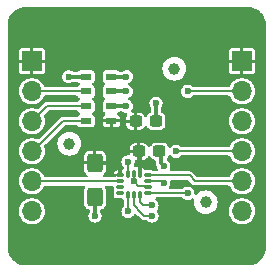
<source format=gbr>
%TF.GenerationSoftware,KiCad,Pcbnew,8.0.8*%
%TF.CreationDate,2025-02-11T20:59:27-05:00*%
%TF.ProjectId,IMU,494d552e-6b69-4636-9164-5f7063625858,rev?*%
%TF.SameCoordinates,Original*%
%TF.FileFunction,Copper,L1,Top*%
%TF.FilePolarity,Positive*%
%FSLAX46Y46*%
G04 Gerber Fmt 4.6, Leading zero omitted, Abs format (unit mm)*
G04 Created by KiCad (PCBNEW 8.0.8) date 2025-02-11 20:59:27*
%MOMM*%
%LPD*%
G01*
G04 APERTURE LIST*
G04 Aperture macros list*
%AMRoundRect*
0 Rectangle with rounded corners*
0 $1 Rounding radius*
0 $2 $3 $4 $5 $6 $7 $8 $9 X,Y pos of 4 corners*
0 Add a 4 corners polygon primitive as box body*
4,1,4,$2,$3,$4,$5,$6,$7,$8,$9,$2,$3,0*
0 Add four circle primitives for the rounded corners*
1,1,$1+$1,$2,$3*
1,1,$1+$1,$4,$5*
1,1,$1+$1,$6,$7*
1,1,$1+$1,$8,$9*
0 Add four rect primitives between the rounded corners*
20,1,$1+$1,$2,$3,$4,$5,0*
20,1,$1+$1,$4,$5,$6,$7,0*
20,1,$1+$1,$6,$7,$8,$9,0*
20,1,$1+$1,$8,$9,$2,$3,0*%
G04 Aperture macros list end*
%TA.AperFunction,SMDPad,CuDef*%
%ADD10C,1.000000*%
%TD*%
%TA.AperFunction,ComponentPad*%
%ADD11R,1.700000X1.700000*%
%TD*%
%TA.AperFunction,ComponentPad*%
%ADD12O,1.700000X1.700000*%
%TD*%
%TA.AperFunction,SMDPad,CuDef*%
%ADD13RoundRect,0.250000X-0.425000X0.537500X-0.425000X-0.537500X0.425000X-0.537500X0.425000X0.537500X0*%
%TD*%
%TA.AperFunction,SMDPad,CuDef*%
%ADD14RoundRect,0.087500X0.225000X0.087500X-0.225000X0.087500X-0.225000X-0.087500X0.225000X-0.087500X0*%
%TD*%
%TA.AperFunction,SMDPad,CuDef*%
%ADD15RoundRect,0.087500X0.087500X0.225000X-0.087500X0.225000X-0.087500X-0.225000X0.087500X-0.225000X0*%
%TD*%
%TA.AperFunction,SMDPad,CuDef*%
%ADD16RoundRect,0.237500X-0.300000X-0.237500X0.300000X-0.237500X0.300000X0.237500X-0.300000X0.237500X0*%
%TD*%
%TA.AperFunction,SMDPad,CuDef*%
%ADD17R,0.950000X0.550000*%
%TD*%
%TA.AperFunction,ViaPad*%
%ADD18C,0.600000*%
%TD*%
%TA.AperFunction,Conductor*%
%ADD19C,0.200000*%
%TD*%
%TA.AperFunction,Conductor*%
%ADD20C,0.355600*%
%TD*%
G04 APERTURE END LIST*
D10*
%TO.P,FID1,*%
%TO.N,*%
X138694000Y-102976000D03*
%TD*%
%TO.P,FID2,*%
%TO.N,*%
X136027000Y-91673000D03*
%TD*%
D11*
%TO.P,J1,1,Pin_1*%
%TO.N,+3.3V*%
X141752000Y-91038000D03*
D12*
%TO.P,J1,2,Pin_2*%
%TO.N,/sensors/imu_miso*%
X141752000Y-93578000D03*
%TO.P,J1,3,Pin_3*%
%TO.N,/sensors/imu_mosi*%
X141752000Y-96118000D03*
%TO.P,J1,4,Pin_4*%
%TO.N,/sensors/imu_sclk*%
X141752000Y-98658000D03*
%TO.P,J1,5,Pin_5*%
%TO.N,/sensors/imu_int1*%
X141752000Y-101198000D03*
%TO.P,J1,6,Pin_6*%
%TO.N,GNDD*%
X141752000Y-103738000D03*
%TD*%
D13*
%TO.P,C2,1*%
%TO.N,+3.3V*%
X129312500Y-99654500D03*
%TO.P,C2,2*%
%TO.N,GNDD*%
X129312500Y-102529500D03*
%TD*%
D14*
%TO.P,U2,1,SDO/SA0*%
%TO.N,/sensors/imu_mosi*%
X133777000Y-102214000D03*
%TO.P,U2,2,SDX*%
%TO.N,GNDD*%
X133777000Y-101714000D03*
%TO.P,U2,3,SCX*%
X133777000Y-101214000D03*
%TO.P,U2,4,INT1*%
%TO.N,/sensors/imu_int1*%
X133777000Y-100714000D03*
D15*
%TO.P,U2,5,VDDIO*%
%TO.N,+3.3V*%
X133114500Y-100551500D03*
%TO.P,U2,6,GND*%
%TO.N,GNDD*%
X132614500Y-100551500D03*
%TO.P,U2,7,GND*%
X132114500Y-100551500D03*
D14*
%TO.P,U2,8,VDD*%
%TO.N,+3.3V*%
X131452000Y-100714000D03*
%TO.P,U2,9,INT2*%
%TO.N,/sensors/imu_int2*%
X131452000Y-101214000D03*
%TO.P,U2,10,NC*%
%TO.N,unconnected-(U2-NC-Pad10)*%
X131452000Y-101714000D03*
%TO.P,U2,11,NC*%
%TO.N,unconnected-(U2-NC-Pad11)*%
X131452000Y-102214000D03*
D15*
%TO.P,U2,12,CS*%
%TO.N,GNDD*%
X132114500Y-102376500D03*
%TO.P,U2,13,SCL*%
%TO.N,/sensors/imu_sclk*%
X132614500Y-102376500D03*
%TO.P,U2,14,SDA*%
%TO.N,/sensors/imu_miso*%
X133114500Y-102376500D03*
%TD*%
D10*
%TO.P,FID3,*%
%TO.N,*%
X127137000Y-98023000D03*
%TD*%
D16*
%TO.P,C1,1*%
%TO.N,+3.3V*%
X132751500Y-96118000D03*
%TO.P,C1,2*%
%TO.N,GNDD*%
X134476500Y-96118000D03*
%TD*%
D17*
%TO.P,U1,1,VDD*%
%TO.N,+3.3V*%
X130693000Y-96098000D03*
%TO.P,U1,2,PS*%
%TO.N,GNDD*%
X130693000Y-94848000D03*
%TO.P,U1,3,GND*%
X130693000Y-93598000D03*
%TO.P,U1,4,CSB*%
X130693000Y-92348000D03*
%TO.P,U1,5,CSB*%
X128543000Y-92348000D03*
%TO.P,U1,6,SDO*%
%TO.N,/sensors/pres_miso*%
X128543000Y-93598000D03*
%TO.P,U1,7,SDI/SDA*%
%TO.N,/sensors/pres_mosi*%
X128543000Y-94848000D03*
%TO.P,U1,8,SCLK*%
%TO.N,/sensors/pres_sclk*%
X128543000Y-96098000D03*
%TD*%
D16*
%TO.P,C3,1*%
%TO.N,+3.3V*%
X133032000Y-98679000D03*
%TO.P,C3,2*%
%TO.N,GNDD*%
X134757000Y-98679000D03*
%TD*%
D11*
%TO.P,J2,1,Pin_1*%
%TO.N,+3.3V*%
X123962000Y-91038000D03*
D12*
%TO.P,J2,2,Pin_2*%
%TO.N,/sensors/pres_miso*%
X123962000Y-93578000D03*
%TO.P,J2,3,Pin_3*%
%TO.N,/sensors/pres_mosi*%
X123962000Y-96118000D03*
%TO.P,J2,4,Pin_4*%
%TO.N,/sensors/pres_sclk*%
X123962000Y-98658000D03*
%TO.P,J2,5,Pin_5*%
%TO.N,/sensors/imu_int2*%
X123962000Y-101198000D03*
%TO.P,J2,6,Pin_6*%
%TO.N,GNDD*%
X123962000Y-103738000D03*
%TD*%
D18*
%TO.N,/sensors/imu_miso*%
X137170000Y-93578000D03*
%TO.N,GNDD*%
X132106500Y-103759000D03*
X135138000Y-99928000D03*
X129312500Y-104140000D03*
X132106500Y-99568000D03*
X131963000Y-92348000D03*
X131963000Y-94848000D03*
X131963000Y-93598000D03*
X134476500Y-94594000D03*
X127088000Y-92348000D03*
X132614500Y-101219000D03*
X135138000Y-101314000D03*
%TO.N,/sensors/imu_miso*%
X134138500Y-103251000D03*
%TO.N,/sensors/imu_sclk*%
X136170500Y-98658000D03*
X134138500Y-104140000D03*
%TO.N,/sensors/imu_mosi*%
X137170000Y-102214000D03*
%TD*%
D19*
%TO.N,/sensors/pres_sclk*%
X128543000Y-96098000D02*
X126590750Y-96098000D01*
X126590750Y-96098000D02*
X124136750Y-98552000D01*
X124136750Y-98552000D02*
X123962000Y-98552000D01*
%TO.N,GNDD*%
X135138000Y-101314000D02*
X135038000Y-101214000D01*
X135038000Y-101214000D02*
X133777000Y-101214000D01*
D20*
X135138000Y-99928000D02*
X134874000Y-99664000D01*
X134874000Y-99664000D02*
X134874000Y-98679000D01*
X134476500Y-94594000D02*
X134476500Y-96118000D01*
D19*
%TO.N,/sensors/imu_miso*%
X137170000Y-93578000D02*
X141752000Y-93578000D01*
%TO.N,/sensors/pres_miso*%
X128523000Y-93578000D02*
X123962000Y-93578000D01*
%TO.N,/sensors/pres_mosi*%
X123962000Y-96118000D02*
X125232000Y-94848000D01*
X125232000Y-94848000D02*
X128543000Y-94848000D01*
%TO.N,/sensors/imu_int2*%
X123962000Y-101198000D02*
X123978000Y-101214000D01*
X123978000Y-101214000D02*
X131452000Y-101214000D01*
%TO.N,+3.3V*%
X130723000Y-96012000D02*
X130693000Y-95982000D01*
X133114500Y-98713500D02*
X133149000Y-98679000D01*
D20*
X131452000Y-100056500D02*
X131050000Y-99654500D01*
X131452000Y-100596000D02*
X131452000Y-100056500D01*
X133114500Y-100433500D02*
X133114500Y-98713500D01*
X131050000Y-99654500D02*
X129312500Y-99654500D01*
D19*
%TO.N,GNDD*%
X132001000Y-92348000D02*
X132041000Y-92308000D01*
X132114500Y-100433500D02*
X132114500Y-99576000D01*
X133777000Y-101596000D02*
X132991500Y-101596000D01*
X131914000Y-92348000D02*
X132001000Y-92348000D01*
X132991500Y-101596000D02*
X132614500Y-101219000D01*
X132114500Y-102258500D02*
X132114500Y-103751000D01*
X132106500Y-103759000D02*
X132114500Y-103751000D01*
D20*
X130693000Y-93598000D02*
X131914000Y-93598000D01*
D19*
X132114500Y-99576000D02*
X132106500Y-99568000D01*
D20*
X130693000Y-94848000D02*
X131914000Y-94848000D01*
X129312500Y-102529500D02*
X129312500Y-104140000D01*
X130693000Y-92348000D02*
X131914000Y-92348000D01*
D19*
X132614500Y-100433500D02*
X132614500Y-101219000D01*
D20*
X128543000Y-92348000D02*
X127088000Y-92348000D01*
D19*
%TO.N,/sensors/pres_miso*%
X128543000Y-93598000D02*
X128523000Y-93578000D01*
X123962000Y-93472000D02*
X124216000Y-93472000D01*
X124216000Y-93472000D02*
X124226000Y-93482000D01*
%TO.N,/sensors/imu_int1*%
X137800500Y-101198000D02*
X137316500Y-100714000D01*
X141752000Y-101198000D02*
X137800500Y-101198000D01*
X137316500Y-100714000D02*
X133777000Y-100714000D01*
%TO.N,/sensors/imu_int2*%
X123966000Y-101096000D02*
X123962000Y-101092000D01*
%TO.N,/sensors/imu_miso*%
X133376500Y-103251000D02*
X134138500Y-103251000D01*
X133114500Y-102258500D02*
X133114500Y-102989000D01*
X133114500Y-102989000D02*
X133376500Y-103251000D01*
%TO.N,/sensors/imu_sclk*%
X133503500Y-104140000D02*
X134138500Y-104140000D01*
X132614500Y-103251000D02*
X133249500Y-103886000D01*
X136170500Y-98658000D02*
X141752000Y-98658000D01*
X133249500Y-103886000D02*
X133503500Y-104140000D01*
X132614500Y-102258500D02*
X132614500Y-103251000D01*
%TO.N,/sensors/imu_mosi*%
X137056500Y-102214000D02*
X137170000Y-102214000D01*
X133777000Y-102214000D02*
X137056500Y-102214000D01*
%TD*%
%TA.AperFunction,Conductor*%
%TO.N,+3.3V*%
G36*
X142286495Y-86458819D02*
G01*
X142486424Y-86473120D01*
X142504216Y-86475679D01*
X142555777Y-86486895D01*
X142695663Y-86517326D01*
X142712902Y-86522388D01*
X142896475Y-86590858D01*
X142912828Y-86598326D01*
X143084786Y-86692223D01*
X143099909Y-86701942D01*
X143256751Y-86819353D01*
X143270338Y-86831126D01*
X143408878Y-86969667D01*
X143420650Y-86983253D01*
X143538059Y-87140094D01*
X143547778Y-87155217D01*
X143641675Y-87327176D01*
X143649142Y-87343524D01*
X143717611Y-87527097D01*
X143722676Y-87544346D01*
X143764323Y-87735796D01*
X143766881Y-87753590D01*
X143776785Y-87892069D01*
X143781190Y-87953647D01*
X143781511Y-87962636D01*
X143781511Y-106813499D01*
X143781190Y-106822488D01*
X143766891Y-107022411D01*
X143764333Y-107040205D01*
X143722686Y-107231653D01*
X143717621Y-107248903D01*
X143649152Y-107432475D01*
X143641684Y-107448827D01*
X143547788Y-107620786D01*
X143538068Y-107635910D01*
X143420658Y-107792752D01*
X143408886Y-107806338D01*
X143270345Y-107944880D01*
X143256758Y-107956653D01*
X143099914Y-108074065D01*
X143084791Y-108083784D01*
X142912838Y-108177679D01*
X142896485Y-108185148D01*
X142712906Y-108253620D01*
X142695657Y-108258684D01*
X142504218Y-108300330D01*
X142486424Y-108302889D01*
X142307165Y-108315711D01*
X142286648Y-108317179D01*
X142277661Y-108317500D01*
X123426501Y-108317500D01*
X123417512Y-108317179D01*
X123217590Y-108302880D01*
X123199796Y-108300322D01*
X123008348Y-108258675D01*
X122991098Y-108253610D01*
X122807526Y-108185141D01*
X122791174Y-108177673D01*
X122619216Y-108083777D01*
X122604092Y-108074057D01*
X122447247Y-107956644D01*
X122433661Y-107944871D01*
X122295128Y-107806338D01*
X122283355Y-107792752D01*
X122165942Y-107635907D01*
X122156222Y-107620783D01*
X122062326Y-107448825D01*
X122054858Y-107432473D01*
X121994091Y-107269552D01*
X121986388Y-107248899D01*
X121981324Y-107231651D01*
X121939675Y-107040193D01*
X121937120Y-107022419D01*
X121922821Y-106822487D01*
X121922500Y-106813499D01*
X121922500Y-103737995D01*
X122852768Y-103737995D01*
X122852768Y-103738004D01*
X122871654Y-103941819D01*
X122899203Y-104038643D01*
X122927672Y-104138701D01*
X123018912Y-104321935D01*
X123018913Y-104321936D01*
X123142266Y-104485284D01*
X123293536Y-104623185D01*
X123467566Y-104730940D01*
X123467568Y-104730940D01*
X123467573Y-104730944D01*
X123658444Y-104804888D01*
X123859653Y-104842500D01*
X123859655Y-104842500D01*
X124064345Y-104842500D01*
X124064347Y-104842500D01*
X124265556Y-104804888D01*
X124456427Y-104730944D01*
X124630462Y-104623186D01*
X124781732Y-104485285D01*
X124905088Y-104321935D01*
X124996328Y-104138701D01*
X125052345Y-103941821D01*
X125066180Y-103792518D01*
X125071232Y-103738004D01*
X125071232Y-103737995D01*
X125052345Y-103534180D01*
X125036747Y-103479358D01*
X124996328Y-103337299D01*
X124905088Y-103154065D01*
X124864538Y-103100368D01*
X124781733Y-102990715D01*
X124630463Y-102852814D01*
X124456433Y-102745059D01*
X124456428Y-102745057D01*
X124456427Y-102745056D01*
X124435952Y-102737124D01*
X124265559Y-102671113D01*
X124265560Y-102671113D01*
X124265557Y-102671112D01*
X124265556Y-102671112D01*
X124064347Y-102633500D01*
X123859653Y-102633500D01*
X123684438Y-102666253D01*
X123658439Y-102671113D01*
X123467577Y-102745054D01*
X123467566Y-102745059D01*
X123293536Y-102852814D01*
X123142266Y-102990715D01*
X123018913Y-103154063D01*
X122927671Y-103337301D01*
X122871654Y-103534180D01*
X122852768Y-103737995D01*
X121922500Y-103737995D01*
X121922500Y-101197995D01*
X122852768Y-101197995D01*
X122852768Y-101198004D01*
X122871654Y-101401819D01*
X122927671Y-101598698D01*
X122927672Y-101598701D01*
X123018912Y-101781935D01*
X123031312Y-101798355D01*
X123142266Y-101945284D01*
X123293536Y-102083185D01*
X123467566Y-102190940D01*
X123467568Y-102190940D01*
X123467573Y-102190944D01*
X123658444Y-102264888D01*
X123859653Y-102302500D01*
X123859655Y-102302500D01*
X124064345Y-102302500D01*
X124064347Y-102302500D01*
X124265556Y-102264888D01*
X124456427Y-102190944D01*
X124630462Y-102083186D01*
X124781732Y-101945285D01*
X124789985Y-101934357D01*
X124822437Y-101891383D01*
X124905088Y-101781935D01*
X124976592Y-101638335D01*
X125024861Y-101586273D01*
X125089382Y-101568500D01*
X128325665Y-101568500D01*
X128393786Y-101588502D01*
X128440279Y-101642158D01*
X128450383Y-101712432D01*
X128441653Y-101738673D01*
X128443307Y-101739290D01*
X128389462Y-101883650D01*
X128389460Y-101883658D01*
X128383000Y-101943737D01*
X128383000Y-103115246D01*
X128383002Y-103115270D01*
X128389459Y-103175339D01*
X128389459Y-103175341D01*
X128440157Y-103311266D01*
X128440158Y-103311267D01*
X128527096Y-103427404D01*
X128643233Y-103514342D01*
X128779151Y-103565038D01*
X128779155Y-103565039D01*
X128779158Y-103565040D01*
X128779160Y-103565040D01*
X128783172Y-103565988D01*
X128785970Y-103567581D01*
X128786543Y-103567795D01*
X128786508Y-103567887D01*
X128844869Y-103601118D01*
X128877778Y-103664026D01*
X128880200Y-103688612D01*
X128880200Y-103749746D01*
X128860198Y-103817867D01*
X128854164Y-103826448D01*
X128828148Y-103860352D01*
X128828146Y-103860356D01*
X128828145Y-103860358D01*
X128810170Y-103903754D01*
X128772271Y-103995247D01*
X128753215Y-104139999D01*
X128753215Y-104140000D01*
X128772271Y-104284752D01*
X128828144Y-104419641D01*
X128828149Y-104419649D01*
X128917025Y-104535474D01*
X129032850Y-104624350D01*
X129032857Y-104624355D01*
X129167746Y-104680228D01*
X129312500Y-104699285D01*
X129457254Y-104680228D01*
X129592143Y-104624355D01*
X129707974Y-104535474D01*
X129796855Y-104419643D01*
X129852728Y-104284754D01*
X129871785Y-104140000D01*
X129852728Y-103995246D01*
X129796855Y-103860358D01*
X129796851Y-103860353D01*
X129796851Y-103860352D01*
X129770836Y-103826448D01*
X129745237Y-103760228D01*
X129744800Y-103749746D01*
X129744800Y-103688612D01*
X129764802Y-103620491D01*
X129818458Y-103573998D01*
X129841825Y-103565989D01*
X129845837Y-103565040D01*
X129845842Y-103565040D01*
X129981767Y-103514342D01*
X130097904Y-103427404D01*
X130184842Y-103311267D01*
X130235540Y-103175342D01*
X130242000Y-103115255D01*
X130241999Y-101943746D01*
X130235540Y-101883658D01*
X130197599Y-101781935D01*
X130181693Y-101739290D01*
X130185073Y-101738028D01*
X130173659Y-101685466D01*
X130198494Y-101618955D01*
X130255345Y-101576429D01*
X130299335Y-101568500D01*
X130759000Y-101568500D01*
X130827121Y-101588502D01*
X130873614Y-101642158D01*
X130885000Y-101694500D01*
X130885000Y-101841580D01*
X130891556Y-101891379D01*
X130891557Y-101891383D01*
X130900589Y-101910752D01*
X130911249Y-101980944D01*
X130900589Y-102017248D01*
X130891557Y-102036616D01*
X130891556Y-102036620D01*
X130885000Y-102086419D01*
X130885000Y-102341580D01*
X130891556Y-102391380D01*
X130942528Y-102500690D01*
X131027809Y-102585971D01*
X131027810Y-102585971D01*
X131027811Y-102585972D01*
X131137118Y-102636943D01*
X131186924Y-102643500D01*
X131588958Y-102643500D01*
X131657079Y-102663502D01*
X131703153Y-102716250D01*
X131747187Y-102810680D01*
X131743689Y-102812310D01*
X131759900Y-102860349D01*
X131760000Y-102865369D01*
X131760000Y-103263810D01*
X131739998Y-103331931D01*
X131716572Y-103357395D01*
X131716864Y-103357687D01*
X131711031Y-103363519D01*
X131622146Y-103479356D01*
X131622145Y-103479358D01*
X131594208Y-103546802D01*
X131566271Y-103614247D01*
X131547215Y-103758999D01*
X131547215Y-103759000D01*
X131566271Y-103903752D01*
X131622144Y-104038641D01*
X131622149Y-104038649D01*
X131711025Y-104154474D01*
X131826850Y-104243350D01*
X131826857Y-104243355D01*
X131961746Y-104299228D01*
X132106500Y-104318285D01*
X132251254Y-104299228D01*
X132386143Y-104243355D01*
X132501974Y-104154474D01*
X132590855Y-104038643D01*
X132609474Y-103993692D01*
X132654021Y-103938412D01*
X132721384Y-103915991D01*
X132790175Y-103933549D01*
X132814977Y-103952816D01*
X132965829Y-104103668D01*
X133285832Y-104423671D01*
X133366668Y-104470341D01*
X133456829Y-104494500D01*
X133550171Y-104494500D01*
X133649861Y-104494500D01*
X133717982Y-104514502D01*
X133738956Y-104531405D01*
X133743024Y-104535473D01*
X133858850Y-104624350D01*
X133858857Y-104624355D01*
X133993746Y-104680228D01*
X134138500Y-104699285D01*
X134283254Y-104680228D01*
X134418143Y-104624355D01*
X134533974Y-104535474D01*
X134622855Y-104419643D01*
X134678728Y-104284754D01*
X134697785Y-104140000D01*
X134678728Y-103995246D01*
X134622855Y-103860358D01*
X134622850Y-103860352D01*
X134622850Y-103860351D01*
X134555212Y-103772204D01*
X134529611Y-103705984D01*
X134543876Y-103636435D01*
X134555206Y-103618803D01*
X134622855Y-103530643D01*
X134678728Y-103395754D01*
X134697785Y-103251000D01*
X134678728Y-103106246D01*
X134622855Y-102971358D01*
X134533974Y-102855526D01*
X134533972Y-102855524D01*
X134533971Y-102855523D01*
X134454395Y-102794462D01*
X134412528Y-102737124D01*
X134408306Y-102666253D01*
X134443070Y-102604350D01*
X134505783Y-102571069D01*
X134531099Y-102568500D01*
X136681361Y-102568500D01*
X136749482Y-102588502D01*
X136770456Y-102605405D01*
X136774524Y-102609473D01*
X136881818Y-102691803D01*
X136890357Y-102698355D01*
X137025246Y-102754228D01*
X137170000Y-102773285D01*
X137314754Y-102754228D01*
X137449643Y-102698355D01*
X137508048Y-102653538D01*
X137574267Y-102627938D01*
X137643816Y-102642202D01*
X137694613Y-102691803D01*
X137710529Y-102760993D01*
X137708331Y-102778085D01*
X137707974Y-102779877D01*
X137688659Y-102975996D01*
X137688659Y-102976003D01*
X137707974Y-103172124D01*
X137707974Y-103172126D01*
X137765186Y-103360728D01*
X137847295Y-103514342D01*
X137858090Y-103534538D01*
X137983117Y-103686883D01*
X138135462Y-103811910D01*
X138309273Y-103904814D01*
X138497868Y-103962024D01*
X138497872Y-103962024D01*
X138497874Y-103962025D01*
X138693997Y-103981341D01*
X138694000Y-103981341D01*
X138694003Y-103981341D01*
X138890124Y-103962025D01*
X138890126Y-103962025D01*
X138890127Y-103962024D01*
X138890132Y-103962024D01*
X139078727Y-103904814D01*
X139252538Y-103811910D01*
X139342603Y-103737995D01*
X140642768Y-103737995D01*
X140642768Y-103738004D01*
X140661654Y-103941819D01*
X140689203Y-104038643D01*
X140717672Y-104138701D01*
X140808912Y-104321935D01*
X140808913Y-104321936D01*
X140932266Y-104485284D01*
X141083536Y-104623185D01*
X141257566Y-104730940D01*
X141257568Y-104730940D01*
X141257573Y-104730944D01*
X141448444Y-104804888D01*
X141649653Y-104842500D01*
X141649655Y-104842500D01*
X141854345Y-104842500D01*
X141854347Y-104842500D01*
X142055556Y-104804888D01*
X142246427Y-104730944D01*
X142420462Y-104623186D01*
X142571732Y-104485285D01*
X142695088Y-104321935D01*
X142786328Y-104138701D01*
X142842345Y-103941821D01*
X142856180Y-103792518D01*
X142861232Y-103738004D01*
X142861232Y-103737995D01*
X142842345Y-103534180D01*
X142826747Y-103479358D01*
X142786328Y-103337299D01*
X142695088Y-103154065D01*
X142654538Y-103100368D01*
X142571733Y-102990715D01*
X142420463Y-102852814D01*
X142246433Y-102745059D01*
X142246428Y-102745057D01*
X142246427Y-102745056D01*
X142225952Y-102737124D01*
X142055559Y-102671113D01*
X142055560Y-102671113D01*
X142055557Y-102671112D01*
X142055556Y-102671112D01*
X141854347Y-102633500D01*
X141649653Y-102633500D01*
X141474438Y-102666253D01*
X141448439Y-102671113D01*
X141257577Y-102745054D01*
X141257566Y-102745059D01*
X141083536Y-102852814D01*
X140932266Y-102990715D01*
X140808913Y-103154063D01*
X140717671Y-103337301D01*
X140661654Y-103534180D01*
X140642768Y-103737995D01*
X139342603Y-103737995D01*
X139404883Y-103686883D01*
X139529910Y-103534538D01*
X139622814Y-103360727D01*
X139680024Y-103172132D01*
X139680025Y-103172124D01*
X139699341Y-102976003D01*
X139699341Y-102975996D01*
X139680025Y-102779875D01*
X139680025Y-102779873D01*
X139680024Y-102779870D01*
X139680024Y-102779868D01*
X139622814Y-102591273D01*
X139529910Y-102417462D01*
X139404883Y-102265117D01*
X139252538Y-102140090D01*
X139078728Y-102047186D01*
X138890125Y-101989974D01*
X138694003Y-101970659D01*
X138693997Y-101970659D01*
X138497875Y-101989974D01*
X138497873Y-101989974D01*
X138309271Y-102047186D01*
X138135461Y-102140090D01*
X137983115Y-102265118D01*
X137952680Y-102302202D01*
X137894002Y-102342169D01*
X137823031Y-102344068D01*
X137762299Y-102307296D01*
X137731090Y-102243527D01*
X137731892Y-102222258D01*
X137729285Y-102222258D01*
X137729285Y-102213999D01*
X137710228Y-102069247D01*
X137701090Y-102047186D01*
X137654355Y-101934358D01*
X137565474Y-101818526D01*
X137565472Y-101818524D01*
X137565471Y-101818523D01*
X137449649Y-101729649D01*
X137449641Y-101729644D01*
X137314752Y-101673771D01*
X137170000Y-101654715D01*
X137025247Y-101673771D01*
X136957802Y-101701708D01*
X136890358Y-101729645D01*
X136890357Y-101729646D01*
X136890356Y-101729646D01*
X136774519Y-101818531D01*
X136770456Y-101822595D01*
X136708144Y-101856621D01*
X136681361Y-101859500D01*
X135673858Y-101859500D01*
X135605737Y-101839498D01*
X135559244Y-101785842D01*
X135549140Y-101715568D01*
X135573896Y-101656796D01*
X135606371Y-101614474D01*
X135622355Y-101593643D01*
X135678228Y-101458754D01*
X135697285Y-101314000D01*
X135683718Y-101210946D01*
X135694657Y-101140797D01*
X135741786Y-101087699D01*
X135808640Y-101068500D01*
X137117470Y-101068500D01*
X137185591Y-101088502D01*
X137206565Y-101105404D01*
X137512423Y-101411261D01*
X137512444Y-101411284D01*
X137582825Y-101481665D01*
X137582830Y-101481669D01*
X137582832Y-101481671D01*
X137582833Y-101481672D01*
X137582835Y-101481673D01*
X137663666Y-101528340D01*
X137663668Y-101528341D01*
X137753829Y-101552500D01*
X140616651Y-101552500D01*
X140684772Y-101572502D01*
X140729440Y-101622335D01*
X140808912Y-101781935D01*
X140821312Y-101798355D01*
X140932266Y-101945284D01*
X141083536Y-102083185D01*
X141257566Y-102190940D01*
X141257568Y-102190940D01*
X141257573Y-102190944D01*
X141448444Y-102264888D01*
X141649653Y-102302500D01*
X141649655Y-102302500D01*
X141854345Y-102302500D01*
X141854347Y-102302500D01*
X142055556Y-102264888D01*
X142246427Y-102190944D01*
X142420462Y-102083186D01*
X142571732Y-101945285D01*
X142579985Y-101934357D01*
X142612437Y-101891383D01*
X142695088Y-101781935D01*
X142786328Y-101598701D01*
X142842345Y-101401821D01*
X142859286Y-101219000D01*
X142861232Y-101198004D01*
X142861232Y-101197995D01*
X142842345Y-100994180D01*
X142826747Y-100939358D01*
X142786328Y-100797299D01*
X142695088Y-100614065D01*
X142636603Y-100536618D01*
X142571733Y-100450715D01*
X142420463Y-100312814D01*
X142246433Y-100205059D01*
X142246428Y-100205057D01*
X142246427Y-100205056D01*
X142246422Y-100205054D01*
X142055559Y-100131113D01*
X142055560Y-100131113D01*
X142055557Y-100131112D01*
X142055556Y-100131112D01*
X141854347Y-100093500D01*
X141649653Y-100093500D01*
X141448444Y-100131112D01*
X141448439Y-100131113D01*
X141257577Y-100205054D01*
X141257566Y-100205059D01*
X141083536Y-100312814D01*
X140932266Y-100450715D01*
X140808913Y-100614063D01*
X140808912Y-100614064D01*
X140808912Y-100614065D01*
X140729440Y-100773664D01*
X140681173Y-100825726D01*
X140616651Y-100843500D01*
X137999529Y-100843500D01*
X137931408Y-100823498D01*
X137910433Y-100806595D01*
X137736469Y-100632631D01*
X137534168Y-100430329D01*
X137534166Y-100430328D01*
X137534164Y-100430326D01*
X137453333Y-100383659D01*
X137363174Y-100359500D01*
X137363171Y-100359500D01*
X135748026Y-100359500D01*
X135679905Y-100339498D01*
X135633412Y-100285842D01*
X135623308Y-100215568D01*
X135631617Y-100185282D01*
X135678228Y-100072754D01*
X135697285Y-99928000D01*
X135678228Y-99783246D01*
X135622355Y-99648358D01*
X135533474Y-99532526D01*
X135526924Y-99527500D01*
X135427040Y-99450855D01*
X135385173Y-99393517D01*
X135380952Y-99322646D01*
X135406068Y-99277429D01*
X135403074Y-99275188D01*
X135446419Y-99217285D01*
X135493258Y-99154715D01*
X135531320Y-99052665D01*
X135573866Y-98995832D01*
X135640386Y-98971021D01*
X135709760Y-98986112D01*
X135749335Y-99019994D01*
X135775026Y-99053474D01*
X135775028Y-99053476D01*
X135890850Y-99142350D01*
X135890857Y-99142355D01*
X136025746Y-99198228D01*
X136170500Y-99217285D01*
X136315254Y-99198228D01*
X136450143Y-99142355D01*
X136565974Y-99053474D01*
X136565975Y-99053473D01*
X136570044Y-99049405D01*
X136632356Y-99015379D01*
X136659139Y-99012500D01*
X140616651Y-99012500D01*
X140684772Y-99032502D01*
X140729440Y-99082335D01*
X140808912Y-99241935D01*
X140808913Y-99241936D01*
X140932266Y-99405284D01*
X141083536Y-99543185D01*
X141257566Y-99650940D01*
X141257568Y-99650940D01*
X141257573Y-99650944D01*
X141448444Y-99724888D01*
X141649653Y-99762500D01*
X141649655Y-99762500D01*
X141854345Y-99762500D01*
X141854347Y-99762500D01*
X142055556Y-99724888D01*
X142246427Y-99650944D01*
X142420462Y-99543186D01*
X142571732Y-99405285D01*
X142574436Y-99401705D01*
X142611734Y-99352314D01*
X142695088Y-99241935D01*
X142786328Y-99058701D01*
X142842345Y-98861821D01*
X142854200Y-98733883D01*
X142861232Y-98658004D01*
X142861232Y-98657995D01*
X142842345Y-98454180D01*
X142842345Y-98454179D01*
X142786328Y-98257299D01*
X142695088Y-98074065D01*
X142643117Y-98005244D01*
X142571733Y-97910715D01*
X142420463Y-97772814D01*
X142246433Y-97665059D01*
X142246428Y-97665057D01*
X142246427Y-97665056D01*
X142218846Y-97654371D01*
X142055559Y-97591113D01*
X142055560Y-97591113D01*
X142055557Y-97591112D01*
X142055556Y-97591112D01*
X141854347Y-97553500D01*
X141649653Y-97553500D01*
X141448444Y-97591112D01*
X141448439Y-97591113D01*
X141257577Y-97665054D01*
X141257566Y-97665059D01*
X141083536Y-97772814D01*
X140932266Y-97910715D01*
X140808913Y-98074063D01*
X140808912Y-98074064D01*
X140808912Y-98074065D01*
X140729440Y-98233664D01*
X140681173Y-98285726D01*
X140616651Y-98303500D01*
X136659139Y-98303500D01*
X136591018Y-98283498D01*
X136570044Y-98266595D01*
X136565975Y-98262526D01*
X136450149Y-98173649D01*
X136450141Y-98173644D01*
X136315252Y-98117771D01*
X136170500Y-98098715D01*
X136025747Y-98117771D01*
X135958302Y-98145708D01*
X135890858Y-98173645D01*
X135890857Y-98173646D01*
X135890856Y-98173646D01*
X135775025Y-98262526D01*
X135738795Y-98309742D01*
X135681456Y-98351609D01*
X135610585Y-98355830D01*
X135548682Y-98321065D01*
X135520780Y-98277073D01*
X135493258Y-98203285D01*
X135493256Y-98203282D01*
X135493256Y-98203281D01*
X135408474Y-98090025D01*
X135295218Y-98005244D01*
X135295214Y-98005241D01*
X135162660Y-97955800D01*
X135162652Y-97955798D01*
X135104060Y-97949500D01*
X134409951Y-97949500D01*
X134409927Y-97949502D01*
X134351348Y-97955798D01*
X134218780Y-98005244D01*
X134105525Y-98090025D01*
X134020744Y-98203281D01*
X134020743Y-98203282D01*
X134012288Y-98225951D01*
X133969740Y-98282786D01*
X133903219Y-98307595D01*
X133833845Y-98292502D01*
X133783644Y-98242299D01*
X133776177Y-98225948D01*
X133767814Y-98203528D01*
X133683116Y-98090383D01*
X133569971Y-98005685D01*
X133437549Y-97956294D01*
X133379015Y-97950000D01*
X133159000Y-97950000D01*
X133159000Y-99408000D01*
X133379004Y-99408000D01*
X133379015Y-99407999D01*
X133437549Y-99401705D01*
X133569971Y-99352314D01*
X133683116Y-99267616D01*
X133767815Y-99154471D01*
X133776177Y-99132052D01*
X133818723Y-99075216D01*
X133885243Y-99050404D01*
X133954617Y-99065495D01*
X134004820Y-99115696D01*
X134012288Y-99132049D01*
X134020742Y-99154715D01*
X134020744Y-99154718D01*
X134105525Y-99267974D01*
X134218781Y-99352755D01*
X134218785Y-99352758D01*
X134358728Y-99404955D01*
X134357595Y-99407991D01*
X134406331Y-99435714D01*
X134439268Y-99498609D01*
X134441700Y-99523247D01*
X134441700Y-99720917D01*
X134471160Y-99830861D01*
X134471161Y-99830864D01*
X134528071Y-99929435D01*
X134528079Y-99929445D01*
X134556365Y-99957731D01*
X134590391Y-100020043D01*
X134592192Y-100030377D01*
X134597772Y-100072752D01*
X134597772Y-100072754D01*
X134639705Y-100173990D01*
X134644383Y-100185282D01*
X134651972Y-100255871D01*
X134620193Y-100319358D01*
X134559135Y-100355586D01*
X134527974Y-100359500D01*
X134265870Y-100359500D01*
X134212511Y-100343832D01*
X134211180Y-100346687D01*
X134091880Y-100291056D01*
X134042080Y-100284500D01*
X134042076Y-100284500D01*
X133639489Y-100284500D01*
X133571368Y-100264498D01*
X133525294Y-100211750D01*
X133486054Y-100127599D01*
X133400900Y-100042445D01*
X133291748Y-99991547D01*
X133242018Y-99985000D01*
X133241500Y-99985000D01*
X133241500Y-100105869D01*
X133221498Y-100173990D01*
X133167842Y-100220483D01*
X133097568Y-100230587D01*
X133032988Y-100201093D01*
X133001305Y-100159119D01*
X132999305Y-100154830D01*
X132987500Y-100101580D01*
X132987500Y-99985000D01*
X132986983Y-99985000D01*
X132937250Y-99991547D01*
X132937249Y-99991548D01*
X132918337Y-100000366D01*
X132848145Y-100011024D01*
X132811844Y-100000365D01*
X132800840Y-99995234D01*
X132791882Y-99991057D01*
X132791880Y-99991056D01*
X132791882Y-99991056D01*
X132742080Y-99984500D01*
X132742076Y-99984500D01*
X132722739Y-99984500D01*
X132654618Y-99964498D01*
X132608125Y-99910842D01*
X132598021Y-99840568D01*
X132606330Y-99810282D01*
X132646728Y-99712754D01*
X132665785Y-99568000D01*
X132663474Y-99550446D01*
X132674413Y-99480298D01*
X132721541Y-99427199D01*
X132788396Y-99408000D01*
X132905000Y-99408000D01*
X132905000Y-98806000D01*
X132240500Y-98806000D01*
X132240500Y-98882715D01*
X132220498Y-98950836D01*
X132166842Y-98997329D01*
X132114500Y-99008715D01*
X132106499Y-99008715D01*
X131961747Y-99027771D01*
X131899692Y-99053476D01*
X131826858Y-99083645D01*
X131826857Y-99083646D01*
X131826856Y-99083646D01*
X131711026Y-99172526D01*
X131622146Y-99288356D01*
X131622145Y-99288358D01*
X131598907Y-99344459D01*
X131566271Y-99423247D01*
X131547215Y-99567999D01*
X131547215Y-99568000D01*
X131566271Y-99712752D01*
X131622144Y-99847641D01*
X131622149Y-99847649D01*
X131711026Y-99963475D01*
X131716865Y-99969314D01*
X131715808Y-99970370D01*
X131752317Y-100020372D01*
X131756537Y-100091243D01*
X131745328Y-100116453D01*
X131747187Y-100117320D01*
X131702920Y-100212250D01*
X131656002Y-100265535D01*
X131588725Y-100285000D01*
X131579000Y-100285000D01*
X131579000Y-100588000D01*
X131558998Y-100656121D01*
X131505342Y-100702614D01*
X131453000Y-100714000D01*
X131451000Y-100714000D01*
X131382879Y-100693998D01*
X131336386Y-100640342D01*
X131325000Y-100588000D01*
X131325000Y-100285000D01*
X131186981Y-100285000D01*
X131137251Y-100291547D01*
X131028099Y-100342445D01*
X130942945Y-100427599D01*
X130892047Y-100536751D01*
X130885500Y-100586481D01*
X130885500Y-100587000D01*
X131006370Y-100587000D01*
X131074491Y-100607002D01*
X131120984Y-100660658D01*
X131131088Y-100730932D01*
X131101594Y-100795512D01*
X131059630Y-100827190D01*
X131055342Y-100829190D01*
X131002082Y-100841000D01*
X130870199Y-100841000D01*
X130841592Y-100856621D01*
X130814809Y-100859500D01*
X130065406Y-100859500D01*
X129997285Y-100839498D01*
X129950792Y-100785842D01*
X129940688Y-100715568D01*
X129970182Y-100650988D01*
X129989898Y-100632631D01*
X130097546Y-100552047D01*
X130184399Y-100436023D01*
X130235046Y-100300238D01*
X130235048Y-100300230D01*
X130241499Y-100240222D01*
X130241500Y-100240205D01*
X130241500Y-99781500D01*
X128383501Y-99781500D01*
X128383501Y-100240202D01*
X128383502Y-100240226D01*
X128389952Y-100300232D01*
X128389952Y-100300234D01*
X128440600Y-100436023D01*
X128527453Y-100552047D01*
X128635102Y-100632631D01*
X128677649Y-100689467D01*
X128682715Y-100760282D01*
X128648690Y-100822595D01*
X128586378Y-100856620D01*
X128559594Y-100859500D01*
X125105316Y-100859500D01*
X125037195Y-100839498D01*
X124992526Y-100789664D01*
X124905088Y-100614065D01*
X124846603Y-100536618D01*
X124781733Y-100450715D01*
X124630463Y-100312814D01*
X124456433Y-100205059D01*
X124456428Y-100205057D01*
X124456427Y-100205056D01*
X124456422Y-100205054D01*
X124265559Y-100131113D01*
X124265560Y-100131113D01*
X124265557Y-100131112D01*
X124265556Y-100131112D01*
X124064347Y-100093500D01*
X123859653Y-100093500D01*
X123658444Y-100131112D01*
X123658439Y-100131113D01*
X123467577Y-100205054D01*
X123467566Y-100205059D01*
X123293536Y-100312814D01*
X123142266Y-100450715D01*
X123018913Y-100614063D01*
X122927671Y-100797301D01*
X122871654Y-100994180D01*
X122852768Y-101197995D01*
X121922500Y-101197995D01*
X121922500Y-93577995D01*
X122852768Y-93577995D01*
X122852768Y-93578004D01*
X122871654Y-93781819D01*
X122926185Y-93973474D01*
X122927672Y-93978701D01*
X123018912Y-94161935D01*
X123018913Y-94161936D01*
X123142266Y-94325284D01*
X123293536Y-94463185D01*
X123467566Y-94570940D01*
X123467568Y-94570940D01*
X123467573Y-94570944D01*
X123658444Y-94644888D01*
X123859653Y-94682500D01*
X123859655Y-94682500D01*
X124064345Y-94682500D01*
X124064347Y-94682500D01*
X124265556Y-94644888D01*
X124456427Y-94570944D01*
X124630462Y-94463186D01*
X124781732Y-94325285D01*
X124789985Y-94314357D01*
X124821000Y-94273286D01*
X124905088Y-94161935D01*
X124984559Y-94002335D01*
X125032827Y-93950274D01*
X125097349Y-93932500D01*
X127734324Y-93932500D01*
X127802445Y-93952502D01*
X127839087Y-93988496D01*
X127884516Y-94056484D01*
X127968699Y-94112734D01*
X127976932Y-94118235D01*
X128022459Y-94172713D01*
X128031306Y-94243156D01*
X128000665Y-94307200D01*
X127976932Y-94327765D01*
X127968699Y-94333265D01*
X127968699Y-94333266D01*
X127956899Y-94341150D01*
X127884515Y-94389516D01*
X127867312Y-94415263D01*
X127852451Y-94437503D01*
X127797976Y-94483030D01*
X127747688Y-94493500D01*
X125185325Y-94493500D01*
X125095166Y-94517659D01*
X125014335Y-94564326D01*
X125014329Y-94564331D01*
X124512446Y-95066213D01*
X124450134Y-95100238D01*
X124379318Y-95095173D01*
X124377835Y-95094609D01*
X124265559Y-95051113D01*
X124265558Y-95051112D01*
X124265556Y-95051112D01*
X124064347Y-95013500D01*
X123859653Y-95013500D01*
X123658444Y-95051112D01*
X123658439Y-95051113D01*
X123467577Y-95125054D01*
X123467566Y-95125059D01*
X123293536Y-95232814D01*
X123142266Y-95370715D01*
X123018913Y-95534063D01*
X122927671Y-95717301D01*
X122871654Y-95914180D01*
X122852768Y-96117995D01*
X122852768Y-96118004D01*
X122871654Y-96321819D01*
X122914415Y-96472107D01*
X122927672Y-96518701D01*
X123018912Y-96701935D01*
X123018913Y-96701936D01*
X123142266Y-96865284D01*
X123293536Y-97003185D01*
X123467566Y-97110940D01*
X123467568Y-97110940D01*
X123467573Y-97110944D01*
X123658444Y-97184888D01*
X123859653Y-97222500D01*
X123859655Y-97222500D01*
X124064345Y-97222500D01*
X124064347Y-97222500D01*
X124265556Y-97184888D01*
X124456427Y-97110944D01*
X124630462Y-97003186D01*
X124781732Y-96865285D01*
X124905088Y-96701935D01*
X124996328Y-96518701D01*
X125052345Y-96321821D01*
X125071232Y-96118000D01*
X125052345Y-95914179D01*
X124996328Y-95717299D01*
X124992761Y-95710136D01*
X124980304Y-95640244D01*
X125007611Y-95574709D01*
X125016458Y-95564880D01*
X125174054Y-95407285D01*
X125341935Y-95239404D01*
X125404247Y-95205379D01*
X125431030Y-95202500D01*
X127747687Y-95202500D01*
X127815808Y-95222502D01*
X127852451Y-95258497D01*
X127884514Y-95306482D01*
X127884515Y-95306482D01*
X127884516Y-95306484D01*
X127968699Y-95362734D01*
X127976932Y-95368235D01*
X128022459Y-95422713D01*
X128031306Y-95493156D01*
X128000665Y-95557200D01*
X127976932Y-95577765D01*
X127884515Y-95639516D01*
X127882503Y-95642528D01*
X127852451Y-95687503D01*
X127797976Y-95733030D01*
X127747688Y-95743500D01*
X126544075Y-95743500D01*
X126453916Y-95767659D01*
X126373085Y-95814326D01*
X126373075Y-95814334D01*
X124561999Y-97625410D01*
X124499687Y-97659436D01*
X124428871Y-97654371D01*
X124427387Y-97653806D01*
X124265559Y-97591113D01*
X124265560Y-97591113D01*
X124265557Y-97591112D01*
X124265556Y-97591112D01*
X124064347Y-97553500D01*
X123859653Y-97553500D01*
X123658444Y-97591112D01*
X123658439Y-97591113D01*
X123467577Y-97665054D01*
X123467566Y-97665059D01*
X123293536Y-97772814D01*
X123142266Y-97910715D01*
X123018913Y-98074063D01*
X122927671Y-98257301D01*
X122871654Y-98454180D01*
X122852768Y-98657995D01*
X122852768Y-98658004D01*
X122871654Y-98861819D01*
X122926185Y-99053474D01*
X122927672Y-99058701D01*
X123018912Y-99241935D01*
X123018913Y-99241936D01*
X123142266Y-99405284D01*
X123293536Y-99543185D01*
X123467566Y-99650940D01*
X123467568Y-99650940D01*
X123467573Y-99650944D01*
X123658444Y-99724888D01*
X123859653Y-99762500D01*
X123859655Y-99762500D01*
X124064345Y-99762500D01*
X124064347Y-99762500D01*
X124265556Y-99724888D01*
X124456427Y-99650944D01*
X124630462Y-99543186D01*
X124781732Y-99405285D01*
X124784436Y-99401705D01*
X124821734Y-99352314D01*
X124905088Y-99241935D01*
X124991311Y-99068777D01*
X128383500Y-99068777D01*
X128383500Y-99527500D01*
X129185500Y-99527500D01*
X129439500Y-99527500D01*
X130241499Y-99527500D01*
X130241499Y-99068797D01*
X130241497Y-99068773D01*
X130235047Y-99008767D01*
X130235047Y-99008765D01*
X130184399Y-98872976D01*
X130097547Y-98756952D01*
X129981523Y-98670100D01*
X129981524Y-98670100D01*
X129845738Y-98619453D01*
X129845730Y-98619451D01*
X129785722Y-98613000D01*
X129439500Y-98613000D01*
X129439500Y-99527500D01*
X129185500Y-99527500D01*
X129185500Y-98613000D01*
X128839297Y-98613000D01*
X128839273Y-98613002D01*
X128779267Y-98619452D01*
X128779265Y-98619452D01*
X128643476Y-98670100D01*
X128527452Y-98756952D01*
X128440600Y-98872976D01*
X128389953Y-99008761D01*
X128389951Y-99008769D01*
X128383500Y-99068777D01*
X124991311Y-99068777D01*
X124996328Y-99058701D01*
X125052345Y-98861821D01*
X125064200Y-98733883D01*
X125071232Y-98658004D01*
X125071232Y-98657995D01*
X125052345Y-98454180D01*
X125039128Y-98407728D01*
X125002517Y-98279051D01*
X125003113Y-98208057D01*
X125034608Y-98155479D01*
X125167091Y-98022996D01*
X126131659Y-98022996D01*
X126131659Y-98023003D01*
X126150974Y-98219124D01*
X126150974Y-98219126D01*
X126208186Y-98407728D01*
X126264587Y-98513246D01*
X126301090Y-98581538D01*
X126426117Y-98733883D01*
X126578462Y-98858910D01*
X126752273Y-98951814D01*
X126940868Y-99009024D01*
X126940872Y-99009024D01*
X126940874Y-99009025D01*
X127136997Y-99028341D01*
X127137000Y-99028341D01*
X127137003Y-99028341D01*
X127333124Y-99009025D01*
X127333126Y-99009025D01*
X127333127Y-99009024D01*
X127333132Y-99009024D01*
X127521727Y-98951814D01*
X127695538Y-98858910D01*
X127847883Y-98733883D01*
X127972910Y-98581538D01*
X128065814Y-98407727D01*
X128069831Y-98394484D01*
X132240500Y-98394484D01*
X132240500Y-98552000D01*
X132905000Y-98552000D01*
X132905000Y-97950000D01*
X132684984Y-97950000D01*
X132626450Y-97956294D01*
X132494028Y-98005685D01*
X132380883Y-98090383D01*
X132296185Y-98203528D01*
X132246794Y-98335950D01*
X132240500Y-98394484D01*
X128069831Y-98394484D01*
X128123024Y-98219132D01*
X128134884Y-98098715D01*
X128142341Y-98023003D01*
X128142341Y-98022996D01*
X128123025Y-97826875D01*
X128123025Y-97826873D01*
X128123024Y-97826870D01*
X128123024Y-97826868D01*
X128065814Y-97638273D01*
X127972910Y-97464462D01*
X127847883Y-97312117D01*
X127695538Y-97187090D01*
X127691415Y-97184886D01*
X127521728Y-97094186D01*
X127333125Y-97036974D01*
X127137003Y-97017659D01*
X127136997Y-97017659D01*
X126940875Y-97036974D01*
X126940873Y-97036974D01*
X126752271Y-97094186D01*
X126578461Y-97187090D01*
X126426117Y-97312117D01*
X126301090Y-97464461D01*
X126208186Y-97638271D01*
X126150974Y-97826873D01*
X126150974Y-97826875D01*
X126131659Y-98022996D01*
X125167091Y-98022996D01*
X126700686Y-96489402D01*
X126762996Y-96455379D01*
X126789779Y-96452500D01*
X127747687Y-96452500D01*
X127815808Y-96472502D01*
X127852451Y-96508497D01*
X127884515Y-96556484D01*
X127968697Y-96612733D01*
X127968699Y-96612734D01*
X128042933Y-96627500D01*
X129043066Y-96627499D01*
X129043069Y-96627498D01*
X129043073Y-96627498D01*
X129092326Y-96617701D01*
X129117301Y-96612734D01*
X129201484Y-96556484D01*
X129257734Y-96472301D01*
X129272500Y-96398067D01*
X129272500Y-96398022D01*
X129964001Y-96398022D01*
X129978737Y-96472105D01*
X129978737Y-96472107D01*
X130034875Y-96556124D01*
X130118893Y-96612262D01*
X130118894Y-96612263D01*
X130192980Y-96626999D01*
X130566000Y-96626999D01*
X130820000Y-96626999D01*
X131193014Y-96626999D01*
X131193022Y-96626998D01*
X131267105Y-96612262D01*
X131267107Y-96612262D01*
X131351124Y-96556124D01*
X131407262Y-96472106D01*
X131407263Y-96472105D01*
X131421105Y-96402515D01*
X131960000Y-96402515D01*
X131966294Y-96461049D01*
X132015685Y-96593471D01*
X132100383Y-96706616D01*
X132213528Y-96791314D01*
X132345950Y-96840705D01*
X132404484Y-96846999D01*
X132404496Y-96847000D01*
X132624500Y-96847000D01*
X132624500Y-96245000D01*
X131960000Y-96245000D01*
X131960000Y-96402515D01*
X131421105Y-96402515D01*
X131421999Y-96398022D01*
X131422000Y-96398015D01*
X131422000Y-96225000D01*
X130820000Y-96225000D01*
X130820000Y-96626999D01*
X130566000Y-96626999D01*
X130566000Y-96225000D01*
X129964001Y-96225000D01*
X129964001Y-96398022D01*
X129272500Y-96398022D01*
X129272499Y-95797934D01*
X129272498Y-95797931D01*
X129272498Y-95797926D01*
X129257734Y-95723699D01*
X129248673Y-95710139D01*
X129201484Y-95639516D01*
X129201483Y-95639515D01*
X129109067Y-95577763D01*
X129063540Y-95523286D01*
X129054693Y-95452843D01*
X129085334Y-95388799D01*
X129109068Y-95368234D01*
X129117298Y-95362734D01*
X129117301Y-95362734D01*
X129201484Y-95306484D01*
X129257734Y-95222301D01*
X129272500Y-95148067D01*
X129272499Y-94547934D01*
X129272498Y-94547930D01*
X129272498Y-94547926D01*
X129257734Y-94473699D01*
X129241395Y-94449246D01*
X129201484Y-94389516D01*
X129201483Y-94389515D01*
X129109067Y-94327763D01*
X129063540Y-94273286D01*
X129054693Y-94202843D01*
X129085334Y-94138799D01*
X129109068Y-94118234D01*
X129117298Y-94112734D01*
X129117301Y-94112734D01*
X129201484Y-94056484D01*
X129257734Y-93972301D01*
X129272500Y-93898067D01*
X129272499Y-93297934D01*
X129272498Y-93297930D01*
X129272498Y-93297926D01*
X129257734Y-93223699D01*
X129243584Y-93202523D01*
X129201484Y-93139516D01*
X129201483Y-93139515D01*
X129109067Y-93077763D01*
X129063540Y-93023286D01*
X129054693Y-92952843D01*
X129085334Y-92888799D01*
X129109068Y-92868234D01*
X129117298Y-92862734D01*
X129117301Y-92862734D01*
X129201484Y-92806484D01*
X129257734Y-92722301D01*
X129272500Y-92648067D01*
X129272499Y-92047934D01*
X129272498Y-92047930D01*
X129963500Y-92047930D01*
X129963500Y-92648063D01*
X129963501Y-92648073D01*
X129978265Y-92722300D01*
X130006198Y-92764103D01*
X130034516Y-92806484D01*
X130118699Y-92862734D01*
X130126932Y-92868235D01*
X130172459Y-92922713D01*
X130181306Y-92993156D01*
X130150665Y-93057200D01*
X130126932Y-93077765D01*
X130118699Y-93083265D01*
X130118699Y-93083266D01*
X130103160Y-93093649D01*
X130034514Y-93139517D01*
X129978266Y-93223697D01*
X129963500Y-93297930D01*
X129963500Y-93898063D01*
X129963501Y-93898073D01*
X129978265Y-93972300D01*
X129998336Y-94002337D01*
X130034516Y-94056484D01*
X130118699Y-94112734D01*
X130126932Y-94118235D01*
X130172459Y-94172713D01*
X130181306Y-94243156D01*
X130150665Y-94307200D01*
X130126932Y-94327765D01*
X130118699Y-94333265D01*
X130118699Y-94333266D01*
X130094148Y-94349670D01*
X130034514Y-94389517D01*
X129978266Y-94473697D01*
X129963500Y-94547930D01*
X129963500Y-95148063D01*
X129963501Y-95148073D01*
X129978265Y-95222300D01*
X130034515Y-95306482D01*
X130034516Y-95306484D01*
X130118699Y-95362734D01*
X130127381Y-95368535D01*
X130172909Y-95423012D01*
X130181756Y-95493455D01*
X130151115Y-95557499D01*
X130127381Y-95578065D01*
X130034875Y-95639875D01*
X129978737Y-95723893D01*
X129978736Y-95723894D01*
X129964000Y-95797977D01*
X129964000Y-95971000D01*
X131421999Y-95971000D01*
X131421999Y-95797986D01*
X131421998Y-95797977D01*
X131407262Y-95723894D01*
X131407262Y-95723892D01*
X131351124Y-95639875D01*
X131258618Y-95578065D01*
X131213090Y-95523588D01*
X131204242Y-95453145D01*
X131234884Y-95389101D01*
X131258618Y-95368535D01*
X131267299Y-95362734D01*
X131267301Y-95362734D01*
X131351484Y-95306484D01*
X131351484Y-95306483D01*
X131358890Y-95301535D01*
X131426643Y-95280320D01*
X131428892Y-95280300D01*
X131572747Y-95280300D01*
X131640868Y-95300302D01*
X131649442Y-95306331D01*
X131683357Y-95332355D01*
X131818246Y-95388228D01*
X131957832Y-95406604D01*
X132022758Y-95435326D01*
X132061850Y-95494591D01*
X132062695Y-95565583D01*
X132042254Y-95607033D01*
X132015686Y-95642523D01*
X131966294Y-95774950D01*
X131960000Y-95833484D01*
X131960000Y-95991000D01*
X132624500Y-95991000D01*
X132624500Y-95389000D01*
X132878500Y-95389000D01*
X132878500Y-96847000D01*
X133098504Y-96847000D01*
X133098515Y-96846999D01*
X133157049Y-96840705D01*
X133289471Y-96791314D01*
X133402616Y-96706616D01*
X133487315Y-96593471D01*
X133495677Y-96571052D01*
X133538223Y-96514216D01*
X133604743Y-96489404D01*
X133674117Y-96504495D01*
X133724320Y-96554696D01*
X133731788Y-96571049D01*
X133740242Y-96593715D01*
X133740244Y-96593718D01*
X133825025Y-96706974D01*
X133938281Y-96791755D01*
X133938285Y-96791758D01*
X134070839Y-96841199D01*
X134070847Y-96841201D01*
X134100143Y-96844350D01*
X134129443Y-96847500D01*
X134823556Y-96847499D01*
X134849408Y-96844720D01*
X134882151Y-96841201D01*
X134882152Y-96841200D01*
X134882157Y-96841200D01*
X135014715Y-96791758D01*
X135127974Y-96706974D01*
X135212758Y-96593715D01*
X135251664Y-96489404D01*
X135262199Y-96461160D01*
X135262201Y-96461152D01*
X135268499Y-96402568D01*
X135268499Y-96402566D01*
X135268500Y-96402557D01*
X135268499Y-96117995D01*
X140642768Y-96117995D01*
X140642768Y-96118004D01*
X140661654Y-96321819D01*
X140704415Y-96472107D01*
X140717672Y-96518701D01*
X140808912Y-96701935D01*
X140808913Y-96701936D01*
X140932266Y-96865284D01*
X141083536Y-97003185D01*
X141257566Y-97110940D01*
X141257568Y-97110940D01*
X141257573Y-97110944D01*
X141448444Y-97184888D01*
X141649653Y-97222500D01*
X141649655Y-97222500D01*
X141854345Y-97222500D01*
X141854347Y-97222500D01*
X142055556Y-97184888D01*
X142246427Y-97110944D01*
X142420462Y-97003186D01*
X142571732Y-96865285D01*
X142695088Y-96701935D01*
X142786328Y-96518701D01*
X142842345Y-96321821D01*
X142861232Y-96118000D01*
X142842345Y-95914179D01*
X142786328Y-95717299D01*
X142695088Y-95534065D01*
X142633752Y-95452843D01*
X142571733Y-95370715D01*
X142420463Y-95232814D01*
X142246433Y-95125059D01*
X142246428Y-95125057D01*
X142246427Y-95125056D01*
X142182365Y-95100238D01*
X142055559Y-95051113D01*
X142055560Y-95051113D01*
X142055557Y-95051112D01*
X142055556Y-95051112D01*
X141854347Y-95013500D01*
X141649653Y-95013500D01*
X141448444Y-95051112D01*
X141448439Y-95051113D01*
X141257577Y-95125054D01*
X141257566Y-95125059D01*
X141083536Y-95232814D01*
X140932266Y-95370715D01*
X140808913Y-95534063D01*
X140717671Y-95717301D01*
X140661654Y-95914180D01*
X140642768Y-96117995D01*
X135268499Y-96117995D01*
X135268499Y-95833444D01*
X135262200Y-95774843D01*
X135212758Y-95642285D01*
X135212755Y-95642281D01*
X135212755Y-95642280D01*
X135127974Y-95529025D01*
X135014718Y-95444244D01*
X135014717Y-95444243D01*
X135014715Y-95444242D01*
X134990764Y-95435308D01*
X134933930Y-95392761D01*
X134909121Y-95326240D01*
X134908800Y-95317254D01*
X134908800Y-94984252D01*
X134928802Y-94916131D01*
X134934830Y-94907558D01*
X134960855Y-94873643D01*
X135016728Y-94738754D01*
X135035785Y-94594000D01*
X135016728Y-94449246D01*
X134960855Y-94314358D01*
X134871974Y-94198526D01*
X134871972Y-94198524D01*
X134871971Y-94198523D01*
X134756149Y-94109649D01*
X134756141Y-94109644D01*
X134621252Y-94053771D01*
X134476500Y-94034715D01*
X134331747Y-94053771D01*
X134264302Y-94081708D01*
X134196858Y-94109645D01*
X134196857Y-94109646D01*
X134196856Y-94109646D01*
X134081026Y-94198526D01*
X133992146Y-94314356D01*
X133992145Y-94314358D01*
X133971729Y-94363646D01*
X133936271Y-94449247D01*
X133917215Y-94593999D01*
X133917215Y-94594000D01*
X133936271Y-94738752D01*
X133936272Y-94738754D01*
X133992145Y-94873643D01*
X134018161Y-94907548D01*
X134043763Y-94973766D01*
X134044200Y-94984252D01*
X134044200Y-95317254D01*
X134024198Y-95385375D01*
X133970542Y-95431868D01*
X133962235Y-95435309D01*
X133938282Y-95444243D01*
X133938281Y-95444244D01*
X133825025Y-95529025D01*
X133740244Y-95642281D01*
X133740243Y-95642282D01*
X133731788Y-95664951D01*
X133689240Y-95721786D01*
X133622719Y-95746595D01*
X133553345Y-95731502D01*
X133503144Y-95681299D01*
X133495677Y-95664948D01*
X133487314Y-95642528D01*
X133402616Y-95529383D01*
X133289471Y-95444685D01*
X133157049Y-95395294D01*
X133098515Y-95389000D01*
X132878500Y-95389000D01*
X132624500Y-95389000D01*
X132502311Y-95389000D01*
X132434190Y-95368998D01*
X132387697Y-95315342D01*
X132377593Y-95245068D01*
X132402349Y-95186296D01*
X132447350Y-95127649D01*
X132447355Y-95127643D01*
X132503228Y-94992754D01*
X132522285Y-94848000D01*
X132503228Y-94703246D01*
X132447355Y-94568358D01*
X132358474Y-94452526D01*
X132358472Y-94452524D01*
X132358471Y-94452523D01*
X132242649Y-94363649D01*
X132242641Y-94363644D01*
X132228283Y-94357697D01*
X132184129Y-94339407D01*
X132128850Y-94294861D01*
X132106429Y-94227497D01*
X132123987Y-94158706D01*
X132175949Y-94110328D01*
X132184118Y-94106596D01*
X132242643Y-94082355D01*
X132358474Y-93993474D01*
X132447355Y-93877643D01*
X132503228Y-93742754D01*
X132522285Y-93598000D01*
X132519652Y-93577999D01*
X136610715Y-93577999D01*
X136610715Y-93578000D01*
X136629771Y-93722752D01*
X136685644Y-93857641D01*
X136685649Y-93857649D01*
X136774525Y-93973474D01*
X136890350Y-94062350D01*
X136890357Y-94062355D01*
X137025246Y-94118228D01*
X137170000Y-94137285D01*
X137314754Y-94118228D01*
X137449643Y-94062355D01*
X137565474Y-93973474D01*
X137565475Y-93973473D01*
X137569544Y-93969405D01*
X137631856Y-93935379D01*
X137658639Y-93932500D01*
X140616651Y-93932500D01*
X140684772Y-93952502D01*
X140729440Y-94002335D01*
X140808912Y-94161935D01*
X140808913Y-94161936D01*
X140932266Y-94325284D01*
X141083536Y-94463185D01*
X141257566Y-94570940D01*
X141257568Y-94570940D01*
X141257573Y-94570944D01*
X141448444Y-94644888D01*
X141649653Y-94682500D01*
X141649655Y-94682500D01*
X141854345Y-94682500D01*
X141854347Y-94682500D01*
X142055556Y-94644888D01*
X142246427Y-94570944D01*
X142420462Y-94463186D01*
X142571732Y-94325285D01*
X142579985Y-94314357D01*
X142611000Y-94273286D01*
X142695088Y-94161935D01*
X142786328Y-93978701D01*
X142842345Y-93781821D01*
X142861232Y-93578000D01*
X142842345Y-93374179D01*
X142786328Y-93177299D01*
X142695088Y-92994065D01*
X142615164Y-92888228D01*
X142571733Y-92830715D01*
X142420463Y-92692814D01*
X142246433Y-92585059D01*
X142246428Y-92585057D01*
X142246427Y-92585056D01*
X142055559Y-92511113D01*
X142055560Y-92511113D01*
X142055557Y-92511112D01*
X142055556Y-92511112D01*
X141854347Y-92473500D01*
X141649653Y-92473500D01*
X141460224Y-92508910D01*
X141448439Y-92511113D01*
X141257577Y-92585054D01*
X141257566Y-92585059D01*
X141083536Y-92692814D01*
X140932266Y-92830715D01*
X140808913Y-92994063D01*
X140808912Y-92994064D01*
X140808912Y-92994065D01*
X140729440Y-93153664D01*
X140681173Y-93205726D01*
X140616651Y-93223500D01*
X137658639Y-93223500D01*
X137590518Y-93203498D01*
X137569544Y-93186595D01*
X137565475Y-93182526D01*
X137449649Y-93093649D01*
X137449641Y-93093644D01*
X137314752Y-93037771D01*
X137170000Y-93018715D01*
X137025247Y-93037771D01*
X136978343Y-93057200D01*
X136890358Y-93093645D01*
X136890357Y-93093646D01*
X136890356Y-93093646D01*
X136774526Y-93182526D01*
X136685646Y-93298356D01*
X136685645Y-93298358D01*
X136677361Y-93318357D01*
X136629771Y-93433247D01*
X136610715Y-93577999D01*
X132519652Y-93577999D01*
X132503228Y-93453246D01*
X132447355Y-93318358D01*
X132358474Y-93202526D01*
X132358472Y-93202524D01*
X132358471Y-93202523D01*
X132242649Y-93113649D01*
X132242641Y-93113644D01*
X132228283Y-93107697D01*
X132184129Y-93089407D01*
X132128850Y-93044861D01*
X132106429Y-92977497D01*
X132123987Y-92908706D01*
X132175949Y-92860328D01*
X132184118Y-92856596D01*
X132242643Y-92832355D01*
X132358474Y-92743474D01*
X132447355Y-92627643D01*
X132503228Y-92492754D01*
X132522285Y-92348000D01*
X132503228Y-92203246D01*
X132447355Y-92068358D01*
X132358474Y-91952526D01*
X132358472Y-91952524D01*
X132358471Y-91952523D01*
X132242649Y-91863649D01*
X132242641Y-91863644D01*
X132107752Y-91807771D01*
X131963000Y-91788715D01*
X131818247Y-91807771D01*
X131756701Y-91833265D01*
X131683358Y-91863645D01*
X131683357Y-91863646D01*
X131683355Y-91863647D01*
X131676218Y-91869124D01*
X131649451Y-91889662D01*
X131583233Y-91915263D01*
X131572748Y-91915700D01*
X131428892Y-91915700D01*
X131360771Y-91895698D01*
X131358889Y-91894464D01*
X131351482Y-91889515D01*
X131312769Y-91863647D01*
X131267302Y-91833266D01*
X131193067Y-91818500D01*
X130192936Y-91818500D01*
X130192926Y-91818501D01*
X130118699Y-91833265D01*
X130034515Y-91889516D01*
X129978266Y-91973697D01*
X129963500Y-92047930D01*
X129272498Y-92047930D01*
X129272498Y-92047926D01*
X129257734Y-91973699D01*
X129217190Y-91913022D01*
X129201484Y-91889516D01*
X129170966Y-91869124D01*
X129117302Y-91833266D01*
X129043067Y-91818500D01*
X128042936Y-91818500D01*
X128042926Y-91818501D01*
X127968700Y-91833265D01*
X127968699Y-91833266D01*
X127884516Y-91889516D01*
X127884514Y-91889517D01*
X127877111Y-91894465D01*
X127809358Y-91915680D01*
X127807108Y-91915700D01*
X127478253Y-91915700D01*
X127410132Y-91895698D01*
X127401557Y-91889668D01*
X127367643Y-91863645D01*
X127294300Y-91833265D01*
X127232752Y-91807771D01*
X127088000Y-91788715D01*
X126943247Y-91807771D01*
X126881701Y-91833265D01*
X126808358Y-91863645D01*
X126808357Y-91863646D01*
X126808356Y-91863646D01*
X126692526Y-91952526D01*
X126603646Y-92068356D01*
X126603645Y-92068358D01*
X126579246Y-92127262D01*
X126547771Y-92203247D01*
X126528715Y-92347999D01*
X126528715Y-92348000D01*
X126547771Y-92492752D01*
X126603644Y-92627641D01*
X126603649Y-92627649D01*
X126692525Y-92743474D01*
X126808350Y-92832350D01*
X126808357Y-92832355D01*
X126943246Y-92888228D01*
X127088000Y-92907285D01*
X127232754Y-92888228D01*
X127367643Y-92832355D01*
X127401549Y-92806337D01*
X127467768Y-92780737D01*
X127478253Y-92780300D01*
X127807108Y-92780300D01*
X127875229Y-92800302D01*
X127877111Y-92801536D01*
X127976932Y-92868236D01*
X128022459Y-92922713D01*
X128031306Y-92993156D01*
X128000664Y-93057200D01*
X127976932Y-93077765D01*
X127968699Y-93083265D01*
X127968699Y-93083266D01*
X127884516Y-93139516D01*
X127865814Y-93167504D01*
X127811338Y-93213030D01*
X127761051Y-93223500D01*
X125097349Y-93223500D01*
X125029228Y-93203498D01*
X124984559Y-93153664D01*
X124905088Y-92994065D01*
X124825164Y-92888228D01*
X124781733Y-92830715D01*
X124630463Y-92692814D01*
X124456433Y-92585059D01*
X124456428Y-92585057D01*
X124456427Y-92585056D01*
X124265559Y-92511113D01*
X124265560Y-92511113D01*
X124265557Y-92511112D01*
X124265556Y-92511112D01*
X124064347Y-92473500D01*
X123859653Y-92473500D01*
X123670224Y-92508910D01*
X123658439Y-92511113D01*
X123467577Y-92585054D01*
X123467566Y-92585059D01*
X123293536Y-92692814D01*
X123142266Y-92830715D01*
X123018913Y-92994063D01*
X122927671Y-93177301D01*
X122871654Y-93374180D01*
X122852768Y-93577995D01*
X121922500Y-93577995D01*
X121922500Y-90162977D01*
X122858000Y-90162977D01*
X122858000Y-90911000D01*
X123478392Y-90911000D01*
X123462000Y-90972174D01*
X123462000Y-91103826D01*
X123478392Y-91165000D01*
X122858001Y-91165000D01*
X122858001Y-91913022D01*
X122872737Y-91987105D01*
X122872737Y-91987107D01*
X122928875Y-92071124D01*
X123012893Y-92127262D01*
X123012894Y-92127263D01*
X123086980Y-92141999D01*
X123835000Y-92141999D01*
X123835000Y-91521608D01*
X123896174Y-91538000D01*
X124027826Y-91538000D01*
X124089000Y-91521608D01*
X124089000Y-92141999D01*
X124837014Y-92141999D01*
X124837022Y-92141998D01*
X124911105Y-92127262D01*
X124911107Y-92127262D01*
X124995124Y-92071124D01*
X125051262Y-91987106D01*
X125051263Y-91987105D01*
X125065999Y-91913022D01*
X125066000Y-91913015D01*
X125066000Y-91672996D01*
X135021659Y-91672996D01*
X135021659Y-91673003D01*
X135040974Y-91869124D01*
X135040974Y-91869126D01*
X135098186Y-92057728D01*
X135143230Y-92141998D01*
X135191090Y-92231538D01*
X135316117Y-92383883D01*
X135468462Y-92508910D01*
X135642273Y-92601814D01*
X135830868Y-92659024D01*
X135830872Y-92659024D01*
X135830874Y-92659025D01*
X136026997Y-92678341D01*
X136027000Y-92678341D01*
X136027003Y-92678341D01*
X136223124Y-92659025D01*
X136223126Y-92659025D01*
X136223127Y-92659024D01*
X136223132Y-92659024D01*
X136411727Y-92601814D01*
X136585538Y-92508910D01*
X136737883Y-92383883D01*
X136862910Y-92231538D01*
X136955814Y-92057727D01*
X137013024Y-91869132D01*
X137013564Y-91863647D01*
X137032341Y-91673003D01*
X137032341Y-91672996D01*
X137013025Y-91476875D01*
X137013025Y-91476873D01*
X137013024Y-91476870D01*
X137013024Y-91476868D01*
X136955814Y-91288273D01*
X136862910Y-91114462D01*
X136737883Y-90962117D01*
X136585538Y-90837090D01*
X136411728Y-90744186D01*
X136223125Y-90686974D01*
X136027003Y-90667659D01*
X136026997Y-90667659D01*
X135830875Y-90686974D01*
X135830873Y-90686974D01*
X135642271Y-90744186D01*
X135468461Y-90837090D01*
X135316117Y-90962117D01*
X135191090Y-91114461D01*
X135098186Y-91288271D01*
X135040974Y-91476873D01*
X135040974Y-91476875D01*
X135021659Y-91672996D01*
X125066000Y-91672996D01*
X125066000Y-91165000D01*
X124445608Y-91165000D01*
X124462000Y-91103826D01*
X124462000Y-90972174D01*
X124445608Y-90911000D01*
X125065999Y-90911000D01*
X125065999Y-90162986D01*
X125065998Y-90162977D01*
X140648000Y-90162977D01*
X140648000Y-90911000D01*
X141268392Y-90911000D01*
X141252000Y-90972174D01*
X141252000Y-91103826D01*
X141268392Y-91165000D01*
X140648001Y-91165000D01*
X140648001Y-91913022D01*
X140662737Y-91987105D01*
X140662737Y-91987107D01*
X140718875Y-92071124D01*
X140802893Y-92127262D01*
X140802894Y-92127263D01*
X140876980Y-92141999D01*
X141625000Y-92141999D01*
X141625000Y-91521608D01*
X141686174Y-91538000D01*
X141817826Y-91538000D01*
X141879000Y-91521608D01*
X141879000Y-92141999D01*
X142627014Y-92141999D01*
X142627022Y-92141998D01*
X142701105Y-92127262D01*
X142701107Y-92127262D01*
X142785124Y-92071124D01*
X142841262Y-91987106D01*
X142841263Y-91987105D01*
X142855999Y-91913022D01*
X142856000Y-91913015D01*
X142856000Y-91165000D01*
X142235608Y-91165000D01*
X142252000Y-91103826D01*
X142252000Y-90972174D01*
X142235608Y-90911000D01*
X142855999Y-90911000D01*
X142855999Y-90162986D01*
X142855998Y-90162977D01*
X142841262Y-90088894D01*
X142841262Y-90088892D01*
X142785124Y-90004875D01*
X142701106Y-89948737D01*
X142701105Y-89948736D01*
X142627022Y-89934000D01*
X141879000Y-89934000D01*
X141879000Y-90554391D01*
X141817826Y-90538000D01*
X141686174Y-90538000D01*
X141625000Y-90554391D01*
X141625000Y-89934000D01*
X140876986Y-89934000D01*
X140876976Y-89934001D01*
X140802894Y-89948737D01*
X140802892Y-89948737D01*
X140718875Y-90004875D01*
X140662737Y-90088893D01*
X140662736Y-90088894D01*
X140648000Y-90162977D01*
X125065998Y-90162977D01*
X125051262Y-90088894D01*
X125051262Y-90088892D01*
X124995124Y-90004875D01*
X124911106Y-89948737D01*
X124911105Y-89948736D01*
X124837022Y-89934000D01*
X124089000Y-89934000D01*
X124089000Y-90554391D01*
X124027826Y-90538000D01*
X123896174Y-90538000D01*
X123835000Y-90554391D01*
X123835000Y-89934000D01*
X123086986Y-89934000D01*
X123086976Y-89934001D01*
X123012894Y-89948737D01*
X123012892Y-89948737D01*
X122928875Y-90004875D01*
X122872737Y-90088893D01*
X122872736Y-90088894D01*
X122858000Y-90162977D01*
X121922500Y-90162977D01*
X121922500Y-87962499D01*
X121922821Y-87953511D01*
X121927215Y-87892069D01*
X121937120Y-87753577D01*
X121939675Y-87735807D01*
X121981325Y-87544341D01*
X121986390Y-87527097D01*
X122054860Y-87343524D01*
X122062322Y-87327181D01*
X122156229Y-87155204D01*
X122165934Y-87140104D01*
X122283361Y-86983239D01*
X122295123Y-86969667D01*
X122433669Y-86831120D01*
X122447240Y-86819360D01*
X122604097Y-86701938D01*
X122619211Y-86692225D01*
X122791181Y-86598322D01*
X122807518Y-86590861D01*
X122991103Y-86522387D01*
X123008342Y-86517325D01*
X123199808Y-86475675D01*
X123217578Y-86473120D01*
X123417527Y-86458819D01*
X123426512Y-86458499D01*
X123487892Y-86458499D01*
X142216116Y-86458499D01*
X142277507Y-86458499D01*
X142286495Y-86458819D01*
G37*
%TD.AperFunction*%
%TD*%
M02*

</source>
